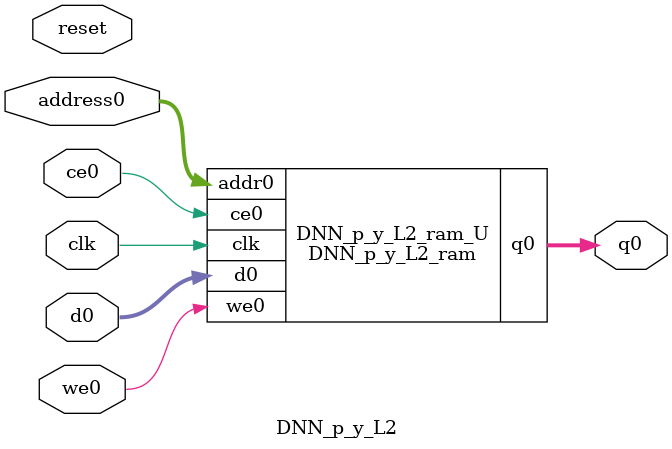
<source format=v>
`timescale 1 ns / 1 ps
module DNN_p_y_L2_ram (addr0, ce0, d0, we0, q0,  clk);

parameter DWIDTH = 32;
parameter AWIDTH = 6;
parameter MEM_SIZE = 52;

input[AWIDTH-1:0] addr0;
input ce0;
input[DWIDTH-1:0] d0;
input we0;
output reg[DWIDTH-1:0] q0;
input clk;

(* ram_style = "block" *)reg [DWIDTH-1:0] ram[0:MEM_SIZE-1];




always @(posedge clk)  
begin 
    if (ce0) 
    begin
        if (we0) 
        begin 
            ram[addr0] <= d0; 
        end 
        q0 <= ram[addr0];
    end
end


endmodule

`timescale 1 ns / 1 ps
module DNN_p_y_L2(
    reset,
    clk,
    address0,
    ce0,
    we0,
    d0,
    q0);

parameter DataWidth = 32'd32;
parameter AddressRange = 32'd52;
parameter AddressWidth = 32'd6;
input reset;
input clk;
input[AddressWidth - 1:0] address0;
input ce0;
input we0;
input[DataWidth - 1:0] d0;
output[DataWidth - 1:0] q0;



DNN_p_y_L2_ram DNN_p_y_L2_ram_U(
    .clk( clk ),
    .addr0( address0 ),
    .ce0( ce0 ),
    .we0( we0 ),
    .d0( d0 ),
    .q0( q0 ));

endmodule


</source>
